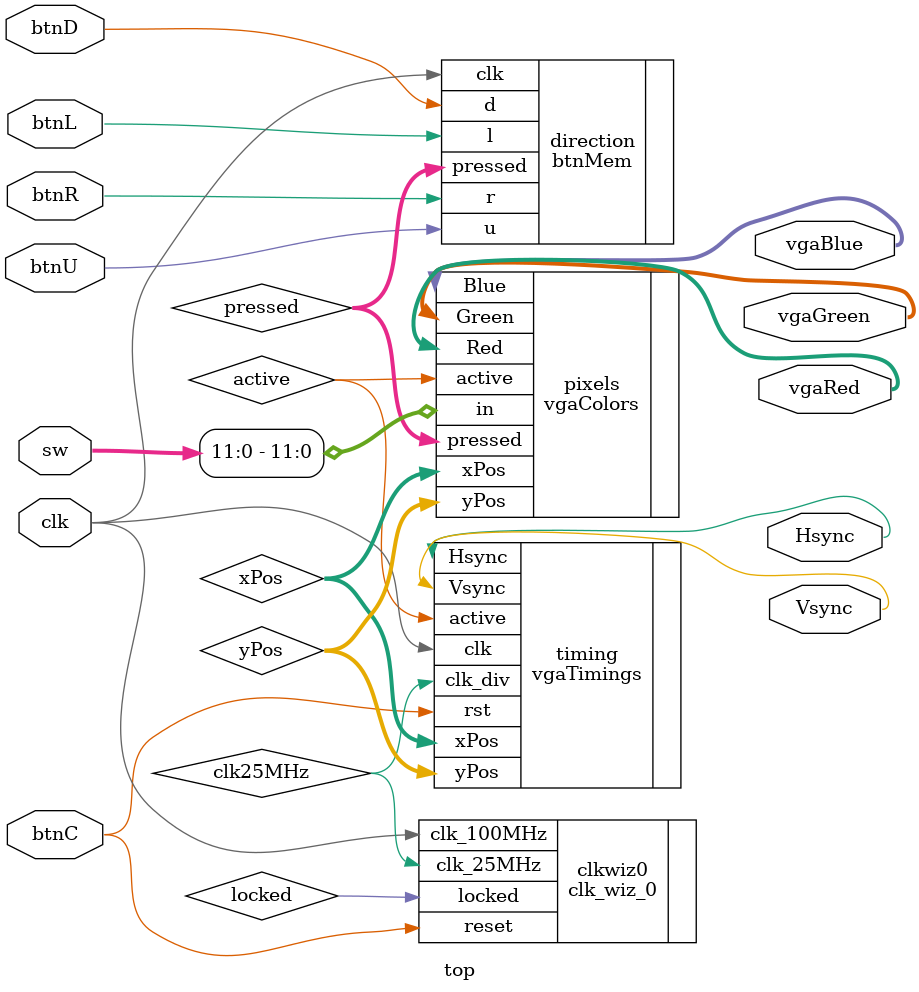
<source format=v>
`timescale 1ns / 1ps

module top(
    input clk,
    input [15:0] sw,
    input btnC,
    input btnU,
    input btnD,
    input btnL,
    input btnR,
    output Hsync,
    output Vsync,
    output [3:0] vgaRed,
    output [3:0] vgaGreen,
    output [3:0] vgaBlue
    );
    
    wire clk25MHz, active;
    wire [1:0] pressed;
    wire [9:0] xPos;
    wire [8:0] yPos;
    
    //clk_div clk0(.clk(clk), .rst(btnC), .clk_div(clk25MHz));
    clk_wiz_0 clkwiz0(.clk_25MHz(clk25MHz), .reset(btnC), .locked(locked), .clk_100MHz(clk));
    
    vgaTimings timing(.clk(clk), .clk_div(clk25MHz), .rst(btnC), 
        .xPos(xPos), .yPos(yPos), .Hsync(Hsync), .Vsync(Vsync), .active(active));
    
    vgaColors pixels(.active(active), .pressed(pressed), .in(sw[11:0]),
        .xPos(xPos), .yPos(yPos), .Red(vgaRed), .Green(vgaGreen), .Blue(vgaBlue));
    
    btnMem direction(.clk(clk), .u(btnU), .d(btnD), .l(btnL), .r(btnR), .pressed(pressed));
    
endmodule

</source>
